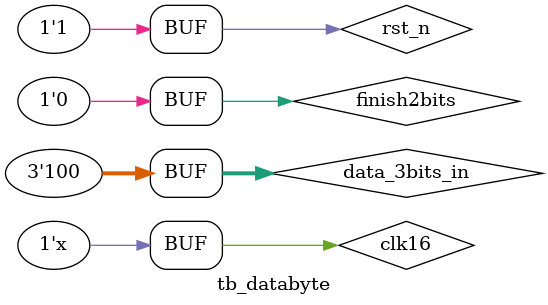
<source format=v>
module tb_databyte ();

    reg [2:0] data_3bits_in;
    reg clk16, rst_n, finish2bits;

    wire [7:0] Dout;
    wire onebyte_out;

initial begin
    clk16 = 1'b0;
    rst_n = 1'b1;
    data_3bits_in = 3'b100;
    finish2bits = 1'b0;
    #20
    rst_n = 1'b0;
    #20
    rst_n = 1'b1; 
    #20
    finish2bits = 1'b1;
    data_3bits_in = 3'b001;
    #10
    finish2bits = 1'b0;
    data_3bits_in = 3'b100;
    #80
    finish2bits = 1'b1;
    data_3bits_in = 3'b000;
    #10
    finish2bits = 1'b0;
    data_3bits_in = 3'b100;
    #80
    finish2bits = 1'b1;
    data_3bits_in = 3'b010;
    #10
    finish2bits = 1'b0;
    data_3bits_in = 3'b100;
    #80
    finish2bits = 1'b1;
    data_3bits_in = 3'b011;
    #10
    finish2bits = 1'b0;
    data_3bits_in = 3'b100;
    #80
    finish2bits = 1'b1;
    data_3bits_in = 3'b001;
    #10
    finish2bits = 1'b0;
    data_3bits_in = 3'b100;
    #80
    finish2bits = 1'b1;
    data_3bits_in = 3'b000;
    #10
    finish2bits = 1'b0;
    data_3bits_in = 3'b100;
    #80
    finish2bits = 1'b1;
    data_3bits_in = 3'b010;
    #10
    finish2bits = 1'b0;
    data_3bits_in = 3'b100;
    #80
    finish2bits = 1'b1;
    data_3bits_in = 3'b011;
    #10
    finish2bits = 1'b0;
    data_3bits_in = 3'b100;
end

always #5 clk16 = ~clk16;

data_byte DUT (.data_3bits_in(data_3bits_in), .clk16(clk16), .rst_n(rst_n), .finish2bits(finish2bits), .Dout(Dout), .onebyte_out(onebyte_out));


endmodule
</source>
